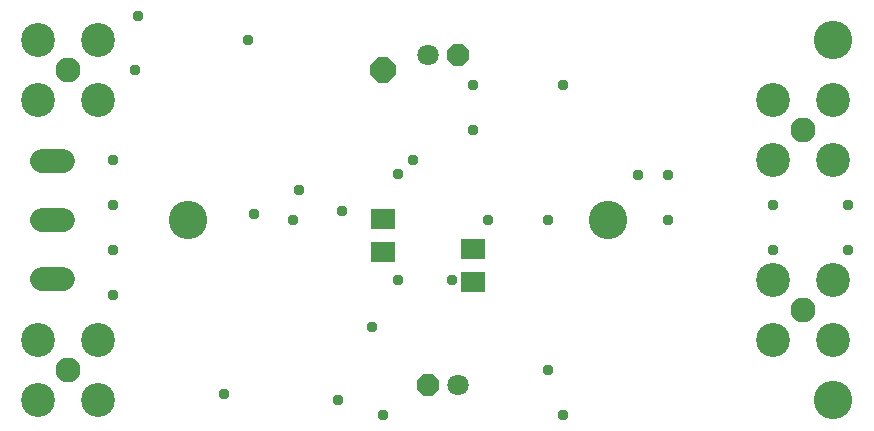
<source format=gbr>
G04 EAGLE Gerber RS-274X export*
G75*
%MOMM*%
%FSLAX34Y34*%
%LPD*%
%INSoldermask Bottom*%
%IPPOS*%
%AMOC8*
5,1,8,0,0,1.08239X$1,22.5*%
G01*
%ADD10C,3.251200*%
%ADD11C,2.108200*%
%ADD12C,2.870200*%
%ADD13R,2.003200X1.803200*%
%ADD14P,1.951982X8X22.500000*%
%ADD15C,1.803400*%
%ADD16P,1.951982X8X202.500000*%
%ADD17P,2.309387X8X22.500000*%
%ADD18C,1.993900*%
%ADD19C,0.959600*%


D10*
X165100Y190500D03*
X520700Y190500D03*
X711200Y342900D03*
X711200Y38100D03*
D11*
X63500Y317500D03*
D12*
X38001Y342999D03*
X88999Y342999D03*
X88999Y292001D03*
X38001Y292001D03*
D11*
X685800Y266700D03*
D12*
X660301Y292199D03*
X711299Y292199D03*
X711299Y241201D03*
X660301Y241201D03*
D13*
X406400Y138400D03*
X406400Y166400D03*
X330200Y191800D03*
X330200Y163800D03*
D14*
X393700Y330200D03*
D15*
X368300Y330200D03*
D16*
X368300Y50800D03*
D15*
X393700Y50800D03*
D17*
X330200Y317500D03*
D11*
X685800Y114300D03*
D12*
X660301Y139799D03*
X711299Y139799D03*
X711299Y88801D03*
X660301Y88801D03*
D11*
X63500Y63500D03*
D12*
X38001Y88999D03*
X88999Y88999D03*
X88999Y38001D03*
X38001Y38001D03*
D18*
X41647Y240500D02*
X59554Y240500D01*
X59554Y190500D02*
X41647Y190500D01*
X41647Y140500D02*
X59554Y140500D01*
D19*
X101600Y241300D03*
X101600Y203200D03*
X101600Y165100D03*
X101600Y127000D03*
X220980Y195580D03*
X295910Y198120D03*
X419100Y190500D03*
X469900Y190500D03*
X546100Y228600D03*
X571500Y190500D03*
X571500Y228600D03*
X660400Y203200D03*
X723900Y203200D03*
X723900Y165100D03*
X660400Y165100D03*
X469900Y63500D03*
X406400Y266700D03*
X406400Y304800D03*
X482600Y304800D03*
X215900Y342900D03*
X321310Y100330D03*
X292100Y38100D03*
X330200Y25400D03*
X482600Y25400D03*
X195580Y43180D03*
X123190Y363220D03*
X342900Y229870D03*
X388620Y139700D03*
X120650Y317500D03*
X259080Y215900D03*
X355600Y241300D03*
X342900Y139700D03*
X254000Y190500D03*
M02*

</source>
